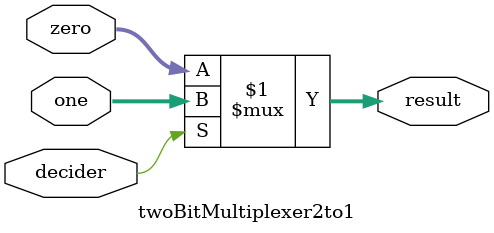
<source format=v>
module twoBitMultiplexer2to1(zero, one, decider, result);
  input [1:0] zero;  
  input [1:0] one;
  output [1:0] result; 
  input decider;

  assign result = decider ? one : zero;
endmodule	

</source>
